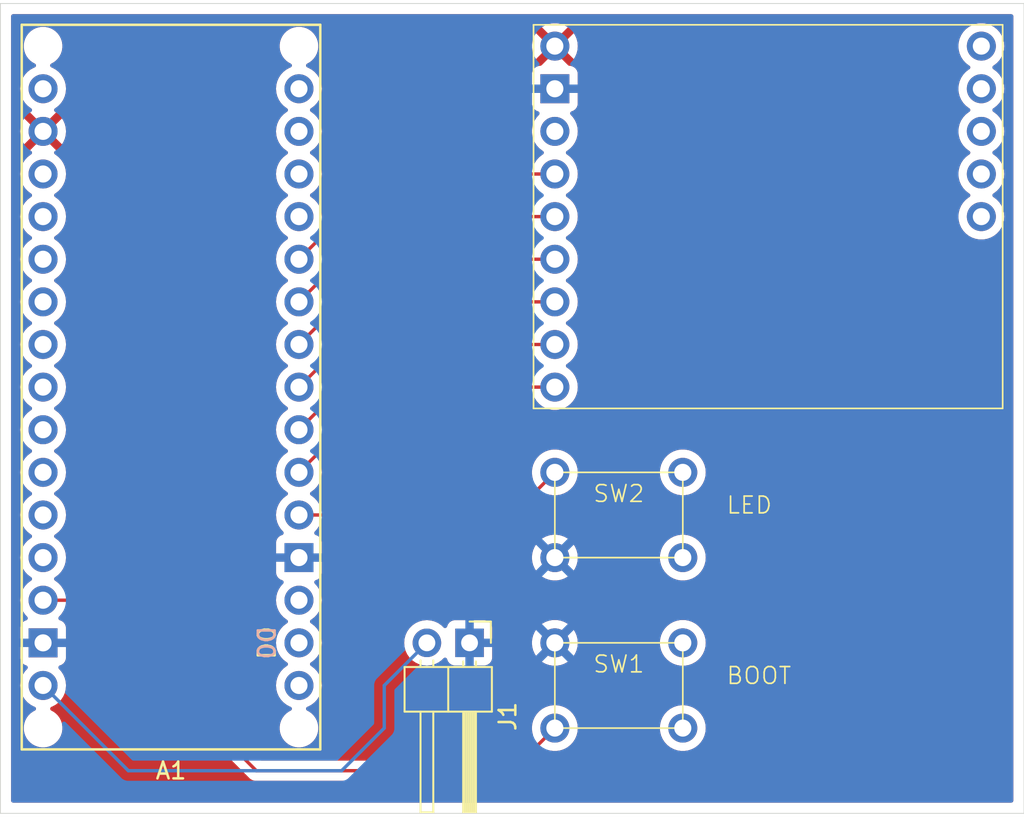
<source format=kicad_pcb>
(kicad_pcb (version 20240108) (generator "pcbnew") (generator_version "8.0")
  (layers (0 "F.Cu" signal) (31 "B.Cu" signal) (34 "B.Paste" user) (35 "F.Paste" user) (36 "B.SilkS" user "B.Silkscreen") (37 "F.SilkS" user "F.Silkscreen") (38 "B.Mask" user) (39 "F.Mask" user) (44 "Edge.Cuts" user))
  (net 0 "")
  (net 3 "+BATT")
  (net 4 "GND")
  (net 6 "+3.3V")
  (net 12 "Net-(A1-PadD2)")
  (net 19 "Net-(A1-PadB1)")
  (net 21 "+5V")
  (net 34 "/SCK")
  (net 35 "/MISO")
  (net 36 "/CS")
  (net 37 "/RST")
  (net 38 "/MOSI")
  (net 39 "/G0")
  (footprint "maciek-lib:lora-adafruit" (layer "F.Cu") (at 144.78 83.82)
    (property "Reference" "RFM95W1" (hide yes))
    (property "Value" "~")
    (fp_line (start -13.97 -11.43) (end 13.97 -11.43) (stroke (width 0.1)) (layer "F.SilkS"))
    (fp_line (start -13.97 11.43) (end -13.97 -11.43) (stroke (width 0.1)) (layer "F.SilkS"))
    (fp_line (start 13.97 -11.43) (end 13.97 11.43) (stroke (width 0.1)) (layer "F.SilkS"))
    (fp_line (start 13.97 11.43) (end -13.97 11.43) (stroke (width 0.1)) (layer "F.SilkS"))
    (pad "1" thru_hole circle (at -12.7 10.16 90) (size 1.7272 1.7272) (drill 1.016) (layers "*.Cu" "*.Mask") (net 37 "/RST"))
    (pad "2" thru_hole circle (at -12.7 7.62 90) (size 1.7272 1.7272) (drill 1.016) (layers "*.Cu" "*.Mask") (net 36 "/CS"))
    (pad "3" thru_hole circle (at -12.7 5.08 90) (size 1.7272 1.7272) (drill 1.016) (layers "*.Cu" "*.Mask") (net 38 "/MOSI"))
    (pad "4" thru_hole circle (at -12.7 2.54 90) (size 1.7272 1.7272) (drill 1.016) (layers "*.Cu" "*.Mask") (net 35 "/MISO"))
    (pad "5" thru_hole circle (at -12.7 0 90) (size 1.7272 1.7272) (drill 1.016) (layers "*.Cu" "*.Mask") (net 34 "/SCK"))
    (pad "6" thru_hole circle (at -12.7 -2.54 90) (size 1.7272 1.7272) (drill 1.016) (layers "*.Cu" "*.Mask") (net 39 "/G0"))
    (pad "7" thru_hole circle (at -12.7 -5.08 90) (size 1.7272 1.7272) (drill 1.016) (layers "*.Cu" "*.Mask"))
    (pad "8" thru_hole rect (at -12.7 -7.62 90) (size 1.7272 1.7272) (drill 1.016) (layers "*.Cu" "*.Mask") (net 4 "GND"))
    (pad "9" thru_hole circle (at -12.7 -10.16 90) (size 1.7272 1.7272) (drill 1.016) (layers "*.Cu" "*.Mask") (net 6 "+3.3V"))
    (pad "10" thru_hole circle (at 12.7 0 90) (size 1.7272 1.7272) (drill 1.016) (layers "*.Cu" "*.Mask"))
    (pad "11" thru_hole circle (at 12.7 -2.54 90) (size 1.7272 1.7272) (drill 1.016) (layers "*.Cu" "*.Mask"))
    (pad "12" thru_hole circle (at 12.7 -5.08 90) (size 1.7272 1.7272) (drill 1.016) (layers "*.Cu" "*.Mask"))
    (pad "13" thru_hole circle (at 12.7 -7.62 90) (size 1.7272 1.7272) (drill 1.016) (layers "*.Cu" "*.Mask"))
    (pad "14" thru_hole circle (at 12.7 -10.16 90) (size 1.7272 1.7272) (drill 1.016) (layers "*.Cu" "*.Mask"))
  )
  (footprint "Connector_PinHeader_2.54mm:PinHeader_1x02_P2.54mm_Horizontal" (layer "F.Cu") (at 127 109.22 -90)
    (property "Reference" "J1" (at 4.385 -2.27 90) (layer "F.SilkS"))
    (property "Value" "Conn_01x02_Pin")
    (fp_line (start 1.44 3.87) (end 4.1 3.87) (stroke (width 0.12)) (layer "F.SilkS"))
    (fp_line (start 4.1 3.87) (end 4.1 -1.33) (stroke (width 0.12)) (layer "F.SilkS"))
    (fp_line (start 1.042929 2.92) (end 1.44 2.92) (stroke (width 0.12)) (layer "F.SilkS"))
    (fp_line (start 10.1 2.92) (end 4.1 2.92) (stroke (width 0.12)) (layer "F.SilkS"))
    (fp_line (start 1.042929 2.16) (end 1.44 2.16) (stroke (width 0.12)) (layer "F.SilkS"))
    (fp_line (start 4.1 2.16) (end 10.1 2.16) (stroke (width 0.12)) (layer "F.SilkS"))
    (fp_line (start 10.1 2.16) (end 10.1 2.92) (stroke (width 0.12)) (layer "F.SilkS"))
    (fp_line (start 1.44 1.27) (end 4.1 1.27) (stroke (width 0.12)) (layer "F.SilkS"))
    (fp_line (start 1.11 0.38) (end 1.44 0.38) (stroke (width 0.12)) (layer "F.SilkS"))
    (fp_line (start 10.1 0.38) (end 4.1 0.38) (stroke (width 0.12)) (layer "F.SilkS"))
    (fp_line (start 4.1 0.28) (end 10.1 0.28) (stroke (width 0.12)) (layer "F.SilkS"))
    (fp_line (start 4.1 0.16) (end 10.1 0.16) (stroke (width 0.12)) (layer "F.SilkS"))
    (fp_line (start 4.1 0.04) (end 10.1 0.04) (stroke (width 0.12)) (layer "F.SilkS"))
    (fp_line (start -1.27 0) (end -1.27 -1.27) (stroke (width 0.12)) (layer "F.SilkS"))
    (fp_line (start 4.1 -0.08) (end 10.1 -0.08) (stroke (width 0.12)) (layer "F.SilkS"))
    (fp_line (start 4.1 -0.2) (end 10.1 -0.2) (stroke (width 0.12)) (layer "F.SilkS"))
    (fp_line (start 4.1 -0.32) (end 10.1 -0.32) (stroke (width 0.12)) (layer "F.SilkS"))
    (fp_line (start 1.11 -0.38) (end 1.44 -0.38) (stroke (width 0.12)) (layer "F.SilkS"))
    (fp_line (start 4.1 -0.38) (end 10.1 -0.38) (stroke (width 0.12)) (layer "F.SilkS"))
    (fp_line (start 10.1 -0.38) (end 10.1 0.38) (stroke (width 0.12)) (layer "F.SilkS"))
    (fp_line (start -1.27 -1.27) (end 0 -1.27) (stroke (width 0.12)) (layer "F.SilkS"))
    (fp_line (start 1.44 -1.33) (end 1.44 3.87) (stroke (width 0.12)) (layer "F.SilkS"))
    (fp_line (start 4.1 -1.33) (end 1.44 -1.33) (stroke (width 0.12)) (layer "F.SilkS"))
    (pad "1" thru_hole rect (at 0 0 270) (size 1.7 1.7) (drill 1) (layers "*.Cu" "*.Mask") (net 4 "GND"))
    (pad "2" thru_hole oval (at 0 2.54 270) (size 1.7 1.7) (drill 1) (layers "*.Cu" "*.Mask") (net 3 "+BATT"))
  )
  (footprint "maciek-lib:3x4 switch" (layer "F.Cu") (at 135.89 111.76)
    (property "Reference" "SW1" (at 0 -1.27 0) (layer "F.SilkS") (effects (font (thickness 0.1))))
    (property "Value" "~" (hide yes))
    (fp_line (start -3.81 -2.54) (end 3.81 -2.54) (stroke (width 0.1)) (layer "F.SilkS"))
    (fp_line (start -3.81 2.54) (end -3.81 -2.54) (stroke (width 0.1)) (layer "F.SilkS"))
    (fp_line (start 3.81 -2.54) (end 3.81 2.54) (stroke (width 0.1)) (layer "F.SilkS"))
    (fp_line (start 3.81 2.54) (end -3.81 2.54) (stroke (width 0.1)) (layer "F.SilkS"))
    (pad "1" thru_hole circle (at -3.81 2.54 90) (size 1.7272 1.7272) (drill 1.016) (layers "*.Cu" "*.Mask") (net 19 "Net-(A1-PadB1)"))
    (pad "2" thru_hole circle (at -3.81 -2.54 90) (size 1.7272 1.7272) (drill 1.016) (layers "*.Cu" "*.Mask") (net 4 "GND"))
    (pad "3" thru_hole circle (at 3.81 2.54 90) (size 1.7272 1.7272) (drill 1.016) (layers "*.Cu" "*.Mask"))
    (pad "4" thru_hole circle (at 3.81 -2.54 90) (size 1.7272 1.7272) (drill 1.016) (layers "*.Cu" "*.Mask"))
  )
  (footprint "PCM_arduino-library:Arduino_Nano_ESP32_Socket" (layer "F.Cu") (at 109.22 72.39 180)
    (property "Reference" "A1" (at 0 -44.45 0) (layer "F.SilkS"))
    (property "Value" "Arduino_Nano_ESP32_Socket")
    (fp_line (start 8.89 -43.18) (end 8.89 0) (stroke (width 0.15)) (layer "F.SilkS"))
    (fp_line (start -8.89 0) (end 8.89 0) (stroke (width 0.15)) (layer "F.SilkS"))
    (fp_line (start -8.89 -43.18) (end 8.89 -43.18) (stroke (width 0.15)) (layer "F.SilkS"))
    (fp_line (start -8.89 -43.18) (end -8.89 0) (stroke (width 0.15)) (layer "F.SilkS"))
    (fp_text user "D0" (at -5.715 -36.83 90) (layer "B.SilkS") (effects (justify mirror)))
    (fp_text user "D0" (at -5.715 -36.83 90) (layer "F.SilkS"))
    (pad "" np_thru_hole circle (at -7.62 -41.91 180) (size 1.8 1.8) (drill 1.8) (layers "F&B.Cu" "*.Mask"))
    (pad "" np_thru_hole circle (at -7.62 -1.27 180) (size 1.8 1.8) (drill 1.8) (layers "F&B.Cu" "*.Mask"))
    (pad "" np_thru_hole circle (at 7.62 -41.91 180) (size 1.8 1.8) (drill 1.8) (layers "F&B.Cu" "*.Mask"))
    (pad "" np_thru_hole circle (at 7.62 -1.27 180) (size 1.8 1.8) (drill 1.8) (layers "F&B.Cu" "*.Mask"))
    (pad "3V3" thru_hole circle (at 7.62 -6.35 180) (size 1.7272 1.7272) (drill 1.016) (layers "*.Cu" "*.Mask") (net 6 "+3.3V"))
    (pad "5V" thru_hole circle (at 7.62 -31.75 180) (size 1.7272 1.7272) (drill 1.016) (layers "*.Cu" "*.Mask") (net 21 "+5V"))
    (pad "A0" thru_hole circle (at 7.62 -11.43 180) (size 1.7272 1.7272) (drill 1.016) (layers "*.Cu" "*.Mask"))
    (pad "A1" thru_hole circle (at 7.62 -13.97 180) (size 1.7272 1.7272) (drill 1.016) (layers "*.Cu" "*.Mask"))
    (pad "A2" thru_hole circle (at 7.62 -16.51 180) (size 1.7272 1.7272) (drill 1.016) (layers "*.Cu" "*.Mask"))
    (pad "A3" thru_hole circle (at 7.62 -19.05 180) (size 1.7272 1.7272) (drill 1.016) (layers "*.Cu" "*.Mask"))
    (pad "A4" thru_hole circle (at 7.62 -21.59 180) (size 1.7272 1.7272) (drill 1.016) (layers "*.Cu" "*.Mask"))
    (pad "A5" thru_hole circle (at 7.62 -24.13 180) (size 1.7272 1.7272) (drill 1.016) (layers "*.Cu" "*.Mask"))
    (pad "A6" thru_hole circle (at 7.62 -26.67 180) (size 1.7272 1.7272) (drill 1.016) (layers "*.Cu" "*.Mask"))
    (pad "A7" thru_hole circle (at 7.62 -29.21 180) (size 1.7272 1.7272) (drill 1.016) (layers "*.Cu" "*.Mask"))
    (pad "B0" thru_hole circle (at 7.62 -8.89 180) (size 1.7272 1.7272) (drill 1.016) (layers "*.Cu" "*.Mask"))
    (pad "B1" thru_hole circle (at 7.62 -34.29 180) (size 1.7272 1.7272) (drill 1.016) (layers "*.Cu" "*.Mask") (net 19 "Net-(A1-PadB1)"))
    (pad "D0" thru_hole circle (at -7.62 -36.83 180) (size 1.7272 1.7272) (drill 1.016) (layers "*.Cu" "*.Mask"))
    (pad "D1" thru_hole circle (at -7.62 -39.37 180) (size 1.7272 1.7272) (drill 1.016) (layers "*.Cu" "*.Mask"))
    (pad "D2" thru_hole circle (at -7.62 -29.21 180) (size 1.7272 1.7272) (drill 1.016) (layers "*.Cu" "*.Mask") (net 12 "Net-(A1-PadD2)"))
    (pad "D3" thru_hole circle (at -7.62 -26.67 180) (size 1.7272 1.7272) (drill 1.016) (layers "*.Cu" "*.Mask") (net 37 "/RST"))
    (pad "D4" thru_hole circle (at -7.62 -24.13 180) (size 1.7272 1.7272) (drill 1.016) (layers "*.Cu" "*.Mask") (net 36 "/CS"))
    (pad "D5" thru_hole circle (at -7.62 -21.59 180) (size 1.7272 1.7272) (drill 1.016) (layers "*.Cu" "*.Mask") (net 38 "/MOSI"))
    (pad "D6" thru_hole circle (at -7.62 -19.05 180) (size 1.7272 1.7272) (drill 1.016) (layers "*.Cu" "*.Mask") (net 35 "/MISO"))
    (pad "D7" thru_hole circle (at -7.62 -16.51 180) (size 1.7272 1.7272) (drill 1.016) (layers "*.Cu" "*.Mask") (net 34 "/SCK"))
    (pad "D8" thru_hole circle (at -7.62 -13.97 180) (size 1.7272 1.7272) (drill 1.016) (layers "*.Cu" "*.Mask") (net 39 "/G0"))
    (pad "D9" thru_hole circle (at -7.62 -11.43 180) (size 1.7272 1.7272) (drill 1.016) (layers "*.Cu" "*.Mask"))
    (pad "D10" thru_hole circle (at -7.62 -8.89 180) (size 1.7272 1.7272) (drill 1.016) (layers "*.Cu" "*.Mask"))
    (pad "D11" thru_hole circle (at -7.62 -6.35 180) (size 1.7272 1.7272) (drill 1.016) (layers "*.Cu" "*.Mask"))
    (pad "D12" thru_hole circle (at -7.62 -3.81 180) (size 1.7272 1.7272) (drill 1.016) (layers "*.Cu" "*.Mask"))
    (pad "D13" thru_hole circle (at 7.62 -3.81 180) (size 1.7272 1.7272) (drill 1.016) (layers "*.Cu" "*.Mask"))
    (pad "GND1" thru_hole rect (at -7.62 -31.75 180) (size 1.7272 1.7272) (drill 1.016) (layers "*.Cu" "*.Mask") (net 4 "GND"))
    (pad "GND2" thru_hole rect (at 7.62 -36.83 180) (size 1.7272 1.7272) (drill 1.016) (layers "*.Cu" "*.Mask") (net 4 "GND"))
    (pad "RST" thru_hole circle (at -7.62 -34.29 180) (size 1.7272 1.7272) (drill 1.016) (layers "*.Cu" "*.Mask"))
    (pad "VIN" thru_hole circle (at 7.62 -39.37 180) (size 1.7272 1.7272) (drill 1.016) (layers "*.Cu" "*.Mask") (net 3 "+BATT"))
  )
  (footprint "maciek-lib:3x4 switch" (layer "F.Cu") (at 135.89 101.6)
    (property "Reference" "SW2" (at 0 -1.27 0) (layer "F.SilkS") (effects (font (thickness 0.1))))
    (property "Value" "~" (hide yes))
    (fp_line (start -3.81 -2.54) (end 3.81 -2.54) (stroke (width 0.1)) (layer "F.SilkS"))
    (fp_line (start -3.81 2.54) (end -3.81 -2.54) (stroke (width 0.1)) (layer "F.SilkS"))
    (fp_line (start 3.81 -2.54) (end 3.81 2.54) (stroke (width 0.1)) (layer "F.SilkS"))
    (fp_line (start 3.81 2.54) (end -3.81 2.54) (stroke (width 0.1)) (layer "F.SilkS"))
    (pad "1" thru_hole circle (at -3.81 2.54 90) (size 1.7272 1.7272) (drill 1.016) (layers "*.Cu" "*.Mask") (net 4 "GND"))
    (pad "2" thru_hole circle (at -3.81 -2.54 90) (size 1.7272 1.7272) (drill 1.016) (layers "*.Cu" "*.Mask") (net 12 "Net-(A1-PadD2)"))
    (pad "3" thru_hole circle (at 3.81 2.54 90) (size 1.7272 1.7272) (drill 1.016) (layers "*.Cu" "*.Mask"))
    (pad "4" thru_hole circle (at 3.81 -2.54 90) (size 1.7272 1.7272) (drill 1.016) (layers "*.Cu" "*.Mask"))
  )
  (gr_line (start 99.06 119.38) (end 99.06 71.12) (stroke (width 0.05)) (layer "Edge.Cuts"))
  (gr_line (start 99.06 71.12) (end 160.02 71.12) (stroke (width 0.05)) (layer "Edge.Cuts"))
  (gr_line (start 160.02 119.38) (end 99.06 119.38) (stroke (width 0.05)) (layer "Edge.Cuts"))
  (gr_line (start 160.02 71.12) (end 160.02 119.38) (stroke (width 0.05)) (layer "Edge.Cuts"))
  (gr_text "BOOT" (at 142.24 111.76 0) (layer "F.SilkS") (effects (font (size 1 1) (thickness 0.1)) (justify left bottom)))
  (gr_text "LED" (at 142.24 101.6 0) (layer "F.SilkS") (effects (font (size 1 1) (thickness 0.1)) (justify left bottom)))
  (segment (start 121.92 114.3) (end 121.92 111.76) (width 0.2) (layer "B.Cu") (net 3))
  (segment (start 101.6 111.76) (end 106.68 116.84) (width 0.2) (layer "B.Cu") (net 3))
  (segment (start 106.68 116.84) (end 119.38 116.84) (width 0.2) (layer "B.Cu") (net 3))
  (segment (start 119.38 116.84) (end 121.92 114.3) (width 0.2) (layer "B.Cu") (net 3))
  (segment (start 121.92 111.76) (end 124.46 109.22) (width 0.2) (layer "B.Cu") (net 3))
  (segment (start 129.54 101.6) (end 132.08 99.06) (width 0.2) (layer "F.Cu") (net 12))
  (segment (start 116.84 101.6) (end 129.54 101.6) (width 0.2) (layer "F.Cu") (net 12))
  (segment (start 104.14 106.68) (end 114.3 116.84) (width 0.2) (layer "F.Cu") (net 19))
  (segment (start 129.54 116.84) (end 132.08 114.3) (width 0.2) (layer "F.Cu") (net 19))
  (segment (start 101.6 106.68) (end 104.14 106.68) (width 0.2) (layer "F.Cu") (net 19))
  (segment (start 114.3 116.84) (end 129.54 116.84) (width 0.2) (layer "F.Cu") (net 19))
  (segment (start 121.92 83.82) (end 132.08 83.82) (width 0.2) (layer "F.Cu") (net 34))
  (segment (start 116.84 88.9) (end 121.92 83.82) (width 0.2) (layer "F.Cu") (net 34))
  (segment (start 116.84 91.44) (end 121.92 86.36) (width 0.2) (layer "F.Cu") (net 35))
  (segment (start 121.92 86.36) (end 132.08 86.36) (width 0.2) (layer "F.Cu") (net 35))
  (segment (start 116.84 96.52) (end 121.92 91.44) (width 0.2) (layer "F.Cu") (net 36))
  (segment (start 121.92 91.44) (end 132.08 91.44) (width 0.2) (layer "F.Cu") (net 36))
  (segment (start 116.84 99.06) (end 121.92 93.98) (width 0.2) (layer "F.Cu") (net 37))
  (segment (start 121.92 93.98) (end 132.08 93.98) (width 0.2) (layer "F.Cu") (net 37))
  (segment (start 116.84 93.98) (end 121.92 88.9) (width 0.2) (layer "F.Cu") (net 38))
  (segment (start 121.92 88.9) (end 132.08 88.9) (width 0.2) (layer "F.Cu") (net 38))
  (segment (start 132.08 81.28) (end 121.92 81.28) (width 0.2) (layer "F.Cu") (net 39))
  (segment (start 121.92 81.28) (end 116.84 86.36) (width 0.2) (layer "F.Cu") (net 39))
  (zone (net 6) (net_name "+3.3V") (layer "F.Cu") (priority 1) (connect_pads (clearance 0.5)) (min_thickness 0.25) (fill yes (thermal_gap 0.5) (thermal_bridge_width 0.5))
    (polygon (pts (xy 99.695 118.745) (xy 159.385 118.745) (xy 159.385 71.755) (xy 99.695 71.755)))
  )
  (zone (net 4) (net_name "GND") (layer "B.Cu") (connect_pads (clearance 0.5)) (min_thickness 0.25) (fill yes (thermal_gap 0.5) (thermal_bridge_width 0.5))
    (polygon (pts (xy 159.385 118.745) (xy 159.385 71.755) (xy 99.695 71.755) (xy 99.695 118.745)))
  )
)
</source>
